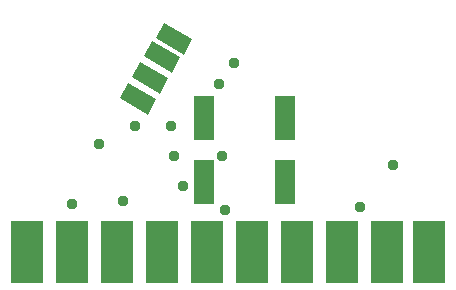
<source format=gbs>
G04 EAGLE Gerber RS-274X export*
G75*
%MOMM*%
%FSLAX34Y34*%
%LPD*%
%INBottom Solder Mask*%
%IPPOS*%
%AMOC8*
5,1,8,0,0,1.08239X$1,22.5*%
G01*
%ADD10R,2.743200X5.283200*%
%ADD11R,1.803200X3.703200*%
%ADD12R,1.473200X2.743200*%
%ADD13C,0.959600*%


D10*
X15240Y15240D03*
X53340Y15240D03*
X91440Y15240D03*
X129540Y15240D03*
X167640Y15240D03*
X205740Y15240D03*
X243840Y15240D03*
X281940Y15240D03*
X320040Y15240D03*
X355600Y15240D03*
D11*
X165100Y128600D03*
X165100Y74600D03*
X233680Y128600D03*
X233680Y74600D03*
D12*
G36*
X93659Y145258D02*
X101025Y158017D01*
X124781Y144302D01*
X117415Y131543D01*
X93659Y145258D01*
G37*
G36*
X103819Y163038D02*
X111185Y175797D01*
X134941Y162082D01*
X127575Y149323D01*
X103819Y163038D01*
G37*
G36*
X113979Y180818D02*
X121345Y193577D01*
X145101Y179862D01*
X137735Y167103D01*
X113979Y180818D01*
G37*
G36*
X124139Y196058D02*
X131505Y208817D01*
X155261Y195102D01*
X147895Y182343D01*
X124139Y196058D01*
G37*
D13*
X147320Y71120D03*
X53340Y55880D03*
X76200Y106680D03*
X106680Y121920D03*
X96520Y58420D03*
X297180Y53340D03*
X325120Y88900D03*
X177800Y157480D03*
X190500Y175260D03*
X137160Y121920D03*
X139700Y96520D03*
X180340Y96520D03*
X182880Y50800D03*
M02*

</source>
